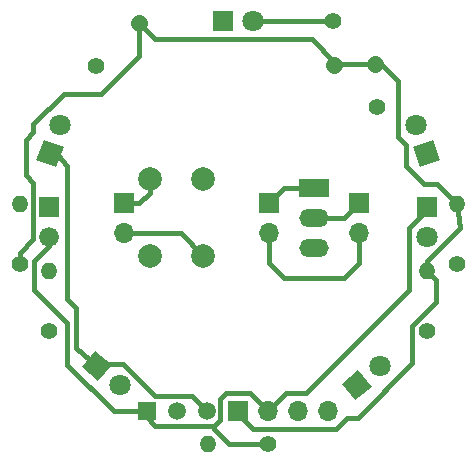
<source format=gtl>
%MOIN*%
%OFA0B0*%
%FSLAX46Y46*%
%IPPOS*%
%LPD*%
%ADD10C,0.0039370078740157488*%
%ADD11C,0.070866141732283464*%
%ADD12R,0.066X0.066*%
%ADD13C,0.066*%
%ADD14C,0.055118110236220472*%
%ADD15O,0.055118110236220472X0.055118110236220472*%
%ADD16C,0.055118110236220472*%
%ADD17R,0.070866141732283464X0.070866141732283464*%
%ADD18R,0.066929133858267723X0.066929133858267723*%
%ADD19O,0.066929133858267723X0.066929133858267723*%
%ADD20C,0.059842519685039376*%
%ADD21R,0.059842519685039376X0.059842519685039376*%
%ADD22C,0.016*%
%ADD33C,0.0039370078740157488*%
%ADD34R,0.066929133858267723X0.066929133858267723*%
%ADD35O,0.066929133858267723X0.066929133858267723*%
%ADD36C,0.07874015748031496*%
%ADD37C,0.016*%
%ADD38C,0.0039370078740157488*%
%ADD39R,0.066929133858267723X0.066929133858267723*%
%ADD40O,0.066929133858267723X0.066929133858267723*%
%ADD41R,0.0984251968503937X0.059055118110236227*%
%ADD42O,0.0984251968503937X0.059055118110236227*%
%ADD43C,0.016*%
G01*
D10*
G36*
X0001538893Y0003317664D02*
X0001472301Y0003293427D01*
X0001448063Y0003360019D01*
X0001514656Y0003384257D01*
X0001538893Y0003317664D01*
X0001538893Y0003317664D01*
G37*
D11*
X0001459276Y0003432811D03*
D12*
X0000236220Y0003160236D03*
D13*
X0000236220Y0003060236D03*
D14*
X0000137795Y0002972440D03*
D15*
X0000137795Y0003172440D03*
D14*
X0000964566Y0002372047D03*
D15*
X0000764566Y0002372047D03*
D14*
X0001328740Y0003494094D03*
D16*
X0001187318Y0003635515D02*
X0001187318Y0003635515D01*
D14*
X0001181102Y0003779527D03*
D16*
X0001322523Y0003638106D02*
X0001322523Y0003638106D01*
D14*
X0001496062Y0002746062D03*
D15*
X0001496062Y0002946062D03*
D14*
X0000236220Y0002746062D03*
D15*
X0000236220Y0002946062D03*
D14*
X0000393700Y0003631889D03*
D16*
X0000535122Y0003773311D02*
X0000535122Y0003773311D01*
D14*
X0001594488Y0002972440D03*
D15*
X0001594488Y0003172440D03*
D10*
G36*
X0000344849Y0002626197D02*
X0000390401Y0002680483D01*
X0000444687Y0002634931D01*
X0000399136Y0002580645D01*
X0000344849Y0002626197D01*
X0000344849Y0002626197D01*
G37*
D11*
X0000471373Y0002566285D03*
D10*
G36*
X0000259981Y0003293427D02*
X0000193389Y0003317664D01*
X0000217627Y0003384257D01*
X0000284219Y0003360019D01*
X0000259981Y0003293427D01*
X0000259981Y0003293427D01*
G37*
D11*
X0000273006Y0003432811D03*
D17*
X0000816141Y0003779527D03*
D11*
X0000916141Y0003779527D03*
D17*
X0001496062Y0003159448D03*
D11*
X0001496062Y0003059448D03*
D10*
G36*
X0001256542Y0002516366D02*
X0001210991Y0002570653D01*
X0001265277Y0002616205D01*
X0001310829Y0002561918D01*
X0001256542Y0002516366D01*
X0001256542Y0002516366D01*
G37*
D11*
X0001337514Y0002630564D03*
D18*
X0000866141Y0002480314D03*
D19*
X0000966141Y0002480314D03*
X0001066141Y0002480314D03*
X0001166141Y0002480314D03*
D20*
X0000661023Y0002480314D03*
X0000761023Y0002480314D03*
D21*
X0000561023Y0002480314D03*
D20*
X0000661023Y0002480314D03*
X0000761023Y0002480314D03*
D21*
X0000561023Y0002480314D03*
D22*
X0000184055Y0003437992D02*
X0000184055Y0003412401D01*
X0000137795Y0003006889D02*
X0000184055Y0003053149D01*
X0000184055Y0003437992D02*
X0000284448Y0003538385D01*
X0000284448Y0003538385D02*
X0000410433Y0003538385D01*
X0000410433Y0003538385D02*
X0000535122Y0003663074D01*
X0000535122Y0003773311D02*
X0000535122Y0003663074D01*
X0000137795Y0003006889D02*
X0000137795Y0002972440D01*
X0000184055Y0003241141D02*
X0000184055Y0003053149D01*
X0000157480Y0003267716D02*
X0000184055Y0003241141D01*
X0000157480Y0003385826D02*
X0000157480Y0003267716D01*
X0000184055Y0003412401D02*
X0000157480Y0003385826D01*
X0001322523Y0003638106D02*
X0001342208Y0003638106D01*
X0001342208Y0003638106D02*
X0001397637Y0003582677D01*
X0001528740Y0003238188D02*
X0001594488Y0003172440D01*
X0001486220Y0003238188D02*
X0001528740Y0003238188D01*
X0001427165Y0003297244D02*
X0001486220Y0003238188D01*
X0001231299Y0002458661D02*
X0001228346Y0002458661D01*
X0000915354Y0002421259D02*
X0001190944Y0002421259D01*
X0000866141Y0002470472D02*
X0000915354Y0002421259D01*
X0001446850Y0002640748D02*
X0001264763Y0002458661D01*
X0001525590Y0002916535D02*
X0001496062Y0002946062D01*
X0001525590Y0002844488D02*
X0001525590Y0002916535D01*
X0001446850Y0002765748D02*
X0001525590Y0002844488D01*
X0001446850Y0002657480D02*
X0001446850Y0002765748D01*
X0001446850Y0002657480D02*
X0001446850Y0002640748D01*
X0001231299Y0002458661D02*
X0001264763Y0002458661D01*
X0001228346Y0002458661D02*
X0001190944Y0002421259D01*
X0000866141Y0002480314D02*
X0000866141Y0002470472D01*
X0001496062Y0002946062D02*
X0001496062Y0002982283D01*
X0001496062Y0002982283D02*
X0001604330Y0003090551D01*
X0001604330Y0003090551D02*
X0001594488Y0003172440D01*
X0001187318Y0003635515D02*
X0001187318Y0003645358D01*
X0001187318Y0003645358D02*
X0001112204Y0003720472D01*
X0000587960Y0003720472D02*
X0000535122Y0003773311D01*
X0001112204Y0003720472D02*
X0000587960Y0003720472D01*
X0001322523Y0003638106D02*
X0001189909Y0003638106D01*
X0001189909Y0003638106D02*
X0001187318Y0003635515D01*
X0001427165Y0003366141D02*
X0001427165Y0003297244D01*
X0001397637Y0003395669D02*
X0001427165Y0003366141D01*
X0001397637Y0003582677D02*
X0001397637Y0003395669D01*
X0000295275Y0002775590D02*
X0000295275Y0002637795D01*
X0000295275Y0002775590D02*
X0000187007Y0002883858D01*
X0000187007Y0002883858D02*
X0000187007Y0002982283D01*
X0000236220Y0003031496D02*
X0000187007Y0002982283D01*
X0000295275Y0002637795D02*
X0000297244Y0002635826D01*
X0000297244Y0002635826D02*
X0000297244Y0002633858D01*
X0000297244Y0002633858D02*
X0000297244Y0002635826D01*
X0000787401Y0002431102D02*
X0000787401Y0002421259D01*
X0000836614Y0002372047D02*
X0000964566Y0002372047D01*
X0000787401Y0002421259D02*
X0000836614Y0002372047D01*
X0000561023Y0002480314D02*
X0000561023Y0002460629D01*
X0000561023Y0002460629D02*
X0000590551Y0002431102D01*
X0000907086Y0002539370D02*
X0000966141Y0002480314D01*
X0000826771Y0002539370D02*
X0000907086Y0002539370D01*
X0000807086Y0002519685D02*
X0000826771Y0002539370D01*
X0000807086Y0002450787D02*
X0000807086Y0002519685D01*
X0000787401Y0002431102D02*
X0000807086Y0002450787D01*
X0000590551Y0002431102D02*
X0000787401Y0002431102D01*
X0000297244Y0002635826D02*
X0000452755Y0002480314D01*
X0000561023Y0002480314D02*
X0000452755Y0002480314D01*
X0000236220Y0003031496D02*
X0000236220Y0003060236D01*
X0001496062Y0003159448D02*
X0001496062Y0003149606D01*
X0001496062Y0003149606D02*
X0001437007Y0003090551D01*
X0001092519Y0002539370D02*
X0001043307Y0002539370D01*
X0001437007Y0002883858D02*
X0001092519Y0002539370D01*
X0001437007Y0003090551D02*
X0001437007Y0002883858D01*
X0001025196Y0002539370D02*
X0000966141Y0002480314D01*
X0001043307Y0002539370D02*
X0001025196Y0002539370D01*
X0001496062Y0003159448D02*
X0001505905Y0003159448D01*
X0000966141Y0002373622D02*
X0000964566Y0002372047D01*
X0000916929Y0003779527D02*
X0001181102Y0003779527D01*
X0000324803Y0002696850D02*
X0000324803Y0002690687D01*
X0000324803Y0002696850D02*
X0000324803Y0002824803D01*
X0000324803Y0002690687D02*
X0000394768Y0002630564D01*
X0000401999Y0002637795D02*
X0000482283Y0002637795D01*
X0000482283Y0002637795D02*
X0000590551Y0002529527D01*
X0000590551Y0002529527D02*
X0000711811Y0002529527D01*
X0000403543Y0002637795D02*
X0000393700Y0002637795D01*
X0000324803Y0002824803D02*
X0000295275Y0002854330D01*
X0000295275Y0002854330D02*
X0000295275Y0003297244D01*
X0000255905Y0003346456D02*
X0000295275Y0003297244D01*
X0000711811Y0002529527D02*
X0000761023Y0002480314D01*
G04 next file*
G04 #@! TF.FileFunction,Copper,L1,Top,Signal*
G04 Gerber Fmt 4.6, Leading zero omitted, Abs format (unit mm)*
G04 Created by KiCad (PCBNEW 4.0.6) date 04/23/19 17:50:16*
G01*
G04 APERTURE LIST*
G04 APERTURE END LIST*
D33*
D34*
X-0005137795Y0007322834D02*
X0000487204Y0003172834D03*
D35*
X0000487204Y0003072834D03*
D36*
X0000749370Y0002997834D03*
X0000572204Y0002997834D03*
X0000749370Y0003253740D03*
X0000572204Y0003253740D03*
D37*
X0000487204Y0003172834D02*
X0000537204Y0003172834D01*
X0000572204Y0003207834D02*
X0000572204Y0003253740D01*
X0000537204Y0003172834D02*
X0000572204Y0003207834D01*
X0000487204Y0003072834D02*
X0000674370Y0003072834D01*
X0000674370Y0003072834D02*
X0000749370Y0002997834D01*
G04 next file*
G04 #@! TF.FileFunction,Copper,L1,Top,Signal*
G04 Gerber Fmt 4.6, Leading zero omitted, Abs format (unit mm)*
G04 Created by KiCad (PCBNEW 4.0.6) date 04/23/19 17:44:28*
G01*
G04 APERTURE LIST*
G04 APERTURE END LIST*
D38*
D39*
X-0004681102Y0007322834D02*
X0001268897Y0003172834D03*
D40*
X0001268897Y0003072834D03*
D39*
X0000968897Y0003172834D03*
D40*
X0000968897Y0003072834D03*
D41*
X0001118897Y0003222834D03*
D42*
X0001118897Y0003122834D03*
X0001118897Y0003022834D03*
D43*
X0000968897Y0003172834D02*
X0001018897Y0003222834D01*
X0001018897Y0003222834D02*
X0001118897Y0003222834D01*
X0000968897Y0003072834D02*
X0000968897Y0002972834D01*
X0001268897Y0002972834D02*
X0001268897Y0003072834D01*
X0001218897Y0002922834D02*
X0001268897Y0002972834D01*
X0001168897Y0002922834D02*
X0001218897Y0002922834D01*
X0001018897Y0002922834D02*
X0001168897Y0002922834D01*
X0000968897Y0002972834D02*
X0001018897Y0002922834D01*
X0001118897Y0003122834D02*
X0001218897Y0003122834D01*
X0001218897Y0003122834D02*
X0001268897Y0003172834D01*
M02*
</source>
